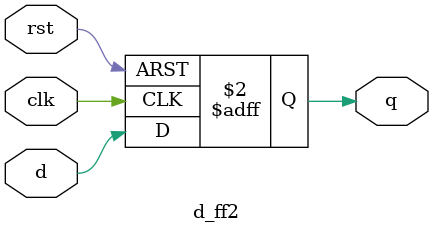
<source format=v>


    module d_ff2 (input clk, rst, d, output reg q);
    
    always @(posedge clk or posedge rst) begin
        if (rst)
        //LSB = 1 for 1-Hot Encoding
            q <= 1;
        else
            q <= d; 
    end
    endmodule
</source>
